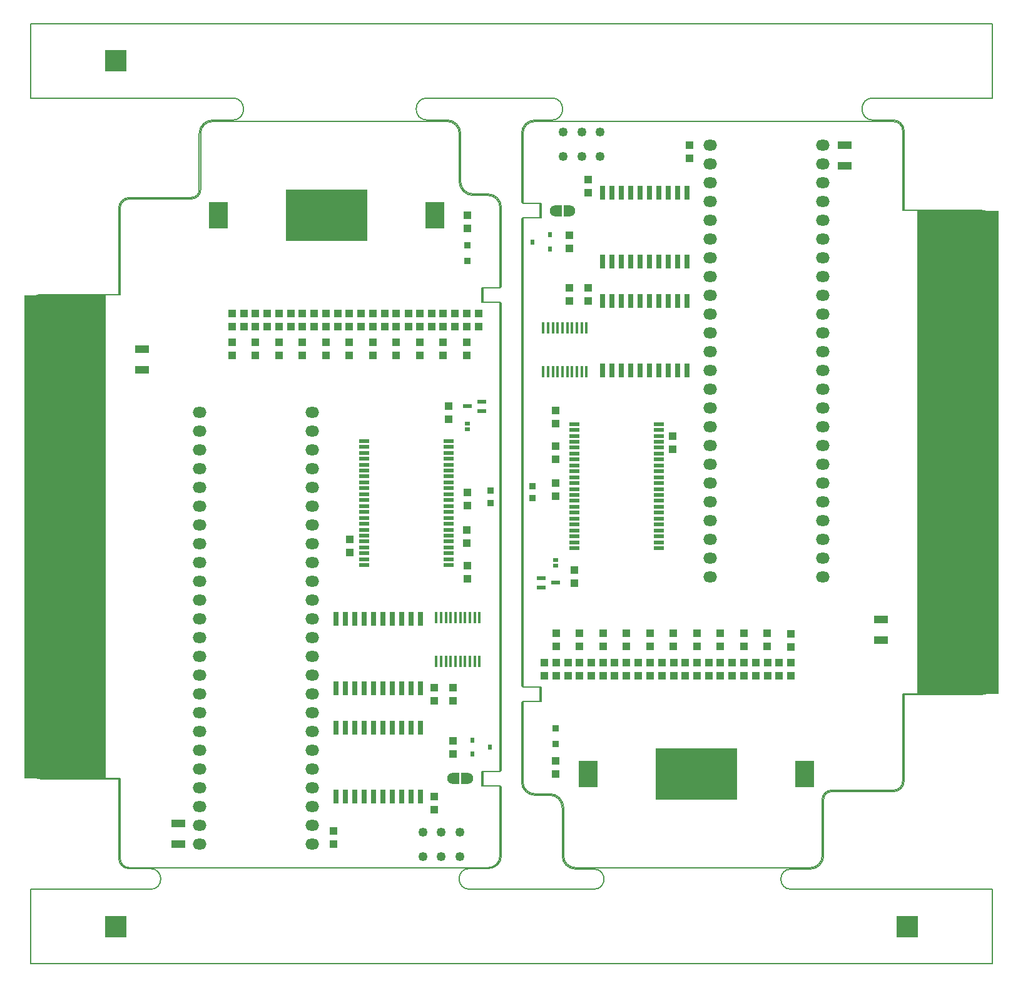
<source format=gbr>
G04 DesignSpark PCB PRO Gerber Version 10.0 Build 5299*
G04 #@! TF.Part,CustomerPanel*
G04 #@! TF.FileFunction,Soldermask,Top*
G04 #@! TF.FilePolarity,Negative*
%FSLAX35Y35*%
%MOIN*%
G04 #@! TA.AperFunction,SMDPad,CuDef*
%ADD124R,0.01775X0.06007*%
%ADD143R,0.02464X0.02641*%
%ADD122R,0.02759X0.07483*%
%ADD120R,0.04137X0.04491*%
%ADD132R,0.10436X0.14373*%
G04 #@! TA.AperFunction,WasherPad*
%ADD13R,0.43308X2.57639*%
G04 #@! TA.AperFunction,SMDPad,CuDef*
%ADD146R,0.03350X0.03350*%
G04 #@! TA.AperFunction,WasherPad*
%ADD10R,0.11812X0.11812*%
G04 #@! TD.AperFunction*
%ADD19C,0.00500*%
%ADD11C,0.00800*%
G04 #@! TA.AperFunction,SMDPad,CuDef*
%AMT139*0 Bullet Pad at angle 90*21,1,0.06200,0.03100,0,0,90*%
%ADD139T139*%
G04 #@! TA.AperFunction,ComponentPad*
%ADD17O,0.07287X0.05712*%
G04 #@! TA.AperFunction,SMDPad,CuDef*
%ADD136R,0.02956X0.02169*%
%ADD128R,0.04728X0.02169*%
%ADD126R,0.05298X0.02169*%
%ADD130R,0.03743X0.03350*%
%ADD145R,0.07365X0.04334*%
%ADD118R,0.29728X0.06893*%
%ADD15R,0.35633X0.06893*%
%ADD134R,0.43507X0.27759*%
G04 #@! TA.AperFunction,WasherPad*
%ADD116C,0.03938*%
G04 #@! TA.AperFunction,ComponentPad*
%ADD18C,0.04924*%
G04 #@! TD.AperFunction*
%ADD138C,0.06200*%
G04 #@! TA.AperFunction,SMDPad,CuDef*
%AMT141*0 Bullet Pad at angle 270*21,1,0.06200,0.03100,0,0,270*%
%ADD141T141*%
G04 #@! TD.AperFunction*
X0Y0D02*
D02*
D13*
X128563Y227698D03*
D02*
D15*
X132342Y347833D03*
Y337833D03*
Y327833D03*
Y307833D03*
Y297833D03*
Y287833D03*
Y277833D03*
Y267833D03*
Y257833D03*
Y247833D03*
Y237833D03*
Y227833D03*
Y217833D03*
Y207833D03*
Y197833D03*
Y187833D03*
Y177833D03*
Y167833D03*
Y157833D03*
Y147833D03*
Y137833D03*
Y127833D03*
Y117833D03*
Y107833D03*
D02*
D17*
X200377Y294067D03*
X260377D03*
X200377Y284067D03*
X260377D03*
X200377Y274067D03*
X260377D03*
X200377Y264067D03*
X260377D03*
X200377Y254067D03*
X260377D03*
X200377Y244067D03*
X260377D03*
X200377Y234067D03*
X260377D03*
X200377Y224067D03*
X260377D03*
X200377Y214067D03*
X260377D03*
X200377Y204067D03*
X260377D03*
X200377Y194067D03*
X260377D03*
X200377Y184067D03*
X260377D03*
X200377Y174067D03*
X260377D03*
X200377Y164067D03*
X260377D03*
X200377Y154067D03*
X260377D03*
X200377Y144067D03*
X260377D03*
X200377Y134067D03*
X260377D03*
X200377Y124067D03*
X260377D03*
X200377Y114067D03*
X260377D03*
X200377Y104067D03*
X260377D03*
X200377Y94067D03*
X260377D03*
X200377Y84067D03*
X260377D03*
X200377Y74067D03*
X260377D03*
X200377Y64067D03*
X260377D03*
D02*
D18*
X319127Y70317D03*
X328970D03*
X338812D03*
X319127Y57325D03*
X328970D03*
X338812D03*
D02*
D19*
X110294Y351372D02*
G75*
G02*
X115574Y356652I5280J0D01*
G01*
X157932D01*
Y402831D01*
G75*
G02*
X162932Y407831I5000J0D01*
G01*
X195846D01*
G75*
G03*
X200846Y412831I0J5000D01*
G01*
Y442817D01*
G75*
G02*
X207096Y449067I6250J0D01*
G01*
X332316D01*
G75*
G02*
X338566Y442817I0J-6250D01*
G01*
Y417197D01*
G75*
G03*
X346066Y409697I7500J0D01*
G01*
X353970D01*
G75*
G02*
X360220Y403447I0J-6250D01*
G01*
Y360587D01*
X350446D01*
Y352713D01*
X360220D01*
Y102949D01*
X350444D01*
Y95075D01*
X360220D01*
Y57817D01*
G75*
G02*
X353970Y51567I-6250J0D01*
G01*
X162932D01*
G75*
G02*
X157932Y56567I0J5000D01*
G01*
Y99014D01*
X115792D01*
G75*
G02*
X110294Y104511I0J5497D01*
G01*
Y351372D01*
D02*
D118*
X135294Y317833D03*
D02*
D120*
X342877Y399058D03*
Y392058D03*
X217527Y346917D03*
X223777D03*
X229778D03*
X236277D03*
X242527D03*
X248777D03*
X255027D03*
X261277D03*
X267527D03*
X273777D03*
X279824D03*
X286277D03*
X292527D03*
X298777D03*
X305027D03*
X311524D03*
X317527D03*
X323777D03*
X330027D03*
X336277D03*
X342527D03*
X348777D03*
X217527Y339917D03*
X223777D03*
X229778D03*
X236277D03*
X242527D03*
X248777D03*
X255027D03*
X261277D03*
X267527D03*
X273777D03*
X279824D03*
X286277D03*
X292527D03*
X298777D03*
X305027D03*
X311524D03*
X317527D03*
X323777D03*
X330027D03*
X336277D03*
X342527D03*
X348777D03*
X217527Y331415D03*
X230027Y331317D03*
X242527D03*
X255027D03*
X267527D03*
X280027D03*
X292527D03*
X305027D03*
X317527D03*
X330027D03*
X342527D03*
X217527Y324415D03*
X230027Y324317D03*
X242527D03*
X255027D03*
X267527D03*
X280027D03*
X292527D03*
X305027D03*
X317527D03*
X330027D03*
X342527D03*
X332877Y297567D03*
Y290567D03*
X342850Y251317D03*
Y244317D03*
X342725Y231572D03*
X280377Y226317D03*
X342725Y224572D03*
X280377Y219317D03*
X342877Y212567D03*
Y205567D03*
X325377Y147330D03*
X335377D03*
X325377Y140330D03*
X335377D03*
Y119125D03*
Y112125D03*
X325377Y89422D03*
Y82422D03*
X271627Y71200D03*
Y64200D03*
D02*
D122*
X272877Y184076D03*
X277877D03*
X282877D03*
X287877D03*
X292877D03*
X297877D03*
X302877D03*
X307877D03*
X312877D03*
X317877D03*
X272877Y147265D03*
X277877D03*
X282877D03*
X287877D03*
X292877D03*
X297877D03*
X302877D03*
X307877D03*
X312877D03*
X317877D03*
X272877Y126223D03*
X277877D03*
X282877D03*
X287877D03*
X292877D03*
X297877D03*
X302877D03*
X307877D03*
X312877D03*
X317877D03*
X272877Y89412D03*
X277877D03*
X282877D03*
X287877D03*
X292877D03*
X297877D03*
X302877D03*
X307877D03*
X312877D03*
X317877D03*
D02*
D124*
X326361Y184726D03*
X328920D03*
X331480D03*
X334039D03*
X336598D03*
X339157D03*
X341716D03*
X344275D03*
X346834D03*
X349393D03*
X326361Y161592D03*
X328920D03*
X331480D03*
X334039D03*
X336598D03*
X339157D03*
X341716D03*
X344275D03*
X346834D03*
X349393D03*
D02*
D126*
X287826Y278865D03*
X332928D03*
X287826Y275716D03*
X332928D03*
X287826Y272566D03*
X332928D03*
X287826Y269417D03*
X332928D03*
X287826Y266267D03*
X332928D03*
X287826Y263117D03*
X332928D03*
X287826Y259968D03*
X332928D03*
X287826Y256818D03*
X332928D03*
X287826Y253669D03*
X332928D03*
X287826Y250519D03*
X332928D03*
X287826Y247369D03*
X332928D03*
X287826Y244220D03*
X332928D03*
X287826Y241070D03*
X332928D03*
X287826Y237920D03*
X332928D03*
X287826Y234771D03*
X332928D03*
X287826Y231621D03*
X332928D03*
X287826Y228472D03*
X332928D03*
X287826Y225322D03*
X332928D03*
X287826Y222172D03*
X332928D03*
X287826Y219023D03*
X332928D03*
X287826Y215873D03*
X332928D03*
X287826Y212724D03*
X332928D03*
D02*
D128*
X350656Y299897D03*
X342781Y297338D03*
X350656Y294779D03*
D02*
D130*
X342877Y383201D03*
Y374933D03*
D02*
D132*
X210166Y399053D03*
X325520D03*
D02*
D134*
X267843D03*
D02*
D136*
X342877Y288044D03*
Y285091D03*
D02*
D141*
X341300Y99276D03*
D02*
D138*
X342850D03*
D02*
D139*
X336900D03*
D02*
D138*
X335350D03*
D02*
D143*
X345700Y119490D03*
X355054Y115750D03*
X345700Y112009D03*
D02*
D145*
X169498Y327896D03*
Y316951D03*
X188843Y75170D03*
Y64225D03*
D02*
D146*
X355294Y252315D03*
Y245819D03*
D02*
D10*
X155570Y20085D03*
Y481313D03*
X577212Y20085D03*
D02*
D13*
X604219Y272950D03*
D02*
D15*
X600439Y152816D03*
Y162816D03*
Y172816D03*
Y192816D03*
Y202816D03*
Y212816D03*
Y222816D03*
Y232816D03*
Y242816D03*
Y252816D03*
Y262816D03*
Y272816D03*
Y282816D03*
Y292816D03*
Y302816D03*
Y312816D03*
Y322816D03*
Y332816D03*
Y342816D03*
Y352816D03*
Y362816D03*
Y372816D03*
Y382816D03*
Y392816D03*
D02*
D17*
X532404Y206581D03*
X472404D03*
X532404Y216581D03*
X472404D03*
X532404Y226581D03*
X472404D03*
X532404Y236581D03*
X472404D03*
X532404Y246581D03*
X472404D03*
X532404Y256581D03*
X472404D03*
X532404Y266581D03*
X472404D03*
X532404Y276581D03*
X472404D03*
X532404Y286581D03*
X472404D03*
X532404Y296581D03*
X472404D03*
X532404Y306581D03*
X472404D03*
X532404Y316581D03*
X472404D03*
X532404Y326581D03*
X472404D03*
X532404Y336581D03*
X472404D03*
X532404Y346581D03*
X472404D03*
X532404Y356581D03*
X472404D03*
X532404Y366581D03*
X472404D03*
X532404Y376581D03*
X472404D03*
X532404Y386581D03*
X472404D03*
X532404Y396581D03*
X472404D03*
X532404Y406581D03*
X472404D03*
X532404Y416581D03*
X472404D03*
X532404Y426581D03*
X472404D03*
X532404Y436581D03*
X472404D03*
D02*
D18*
X413654Y430331D03*
X403811D03*
X393969D03*
X413654Y443323D03*
X403811D03*
X393969D03*
D02*
D19*
X622487Y149277D02*
G75*
G02*
X617207Y143997I-5280J0D01*
G01*
X574849D01*
Y97817D01*
G75*
G02*
X569849Y92817I-5000J0D01*
G01*
X536935D01*
G75*
G03*
X531935Y87817I0J-5000D01*
G01*
Y57831D01*
G75*
G02*
X525685Y51581I-6250J0D01*
G01*
X400465D01*
G75*
G02*
X394215Y57831I0J6250D01*
G01*
Y83451D01*
G75*
G03*
X386715Y90951I-7500J0D01*
G01*
X378811D01*
G75*
G02*
X372561Y97201I0J6250D01*
G01*
Y140061D01*
X382335D01*
Y147935D01*
X372561D01*
Y397699D01*
X382337D01*
Y405573D01*
X372561D01*
Y442831D01*
G75*
G02*
X378811Y449081I6250J0D01*
G01*
X569849D01*
G75*
G02*
X574849Y444081I0J-5000D01*
G01*
Y401635D01*
X616989D01*
G75*
G02*
X622487Y396137I0J-5497D01*
G01*
Y149277D01*
D02*
D118*
X597487Y182816D03*
D02*
D120*
X389904Y101590D03*
Y108590D03*
X515254Y153731D03*
X509004D03*
X503003D03*
X496504D03*
X490254D03*
X484004D03*
X477754D03*
X471504D03*
X465254D03*
X459004D03*
X452957D03*
X446504D03*
X440254D03*
X434004D03*
X427754D03*
X421257D03*
X415254D03*
X409004D03*
X402754D03*
X396504D03*
X390254D03*
X384004D03*
X515254Y160731D03*
X509004D03*
X503003D03*
X496504D03*
X490254D03*
X484004D03*
X477754D03*
X471504D03*
X465254D03*
X459004D03*
X452957D03*
X446504D03*
X440254D03*
X434004D03*
X427754D03*
X421257D03*
X415254D03*
X409004D03*
X402754D03*
X396504D03*
X390254D03*
X384004D03*
X515254Y169233D03*
X502754Y169331D03*
X490254D03*
X477754D03*
X465254D03*
X452754D03*
X440254D03*
X427754D03*
X415254D03*
X402754D03*
X390254D03*
X515254Y176233D03*
X502754Y176331D03*
X490254D03*
X477754D03*
X465254D03*
X452754D03*
X440254D03*
X427754D03*
X415254D03*
X402754D03*
X390254D03*
X399904Y203081D03*
Y210081D03*
X389931Y249331D03*
Y256331D03*
X390056Y269076D03*
X452404Y274331D03*
X390056Y276076D03*
X452404Y281331D03*
X389904Y288081D03*
Y295081D03*
X407404Y353318D03*
X397404D03*
X407404Y360318D03*
X397404D03*
Y381524D03*
Y388524D03*
X407404Y411227D03*
Y418227D03*
X461154Y429448D03*
Y436448D03*
D02*
D122*
X459904Y316572D03*
X454904D03*
X449904D03*
X444904D03*
X439904D03*
X434904D03*
X429904D03*
X424904D03*
X419904D03*
X414904D03*
X459904Y353383D03*
X454904D03*
X449904D03*
X444904D03*
X439904D03*
X434904D03*
X429904D03*
X424904D03*
X419904D03*
X414904D03*
X459904Y374426D03*
X454904D03*
X449904D03*
X444904D03*
X439904D03*
X434904D03*
X429904D03*
X424904D03*
X419904D03*
X414904D03*
X459904Y411237D03*
X454904D03*
X449904D03*
X444904D03*
X439904D03*
X434904D03*
X429904D03*
X424904D03*
X419904D03*
X414904D03*
D02*
D124*
X406420Y315922D03*
X403861D03*
X401302D03*
X398743D03*
X396183D03*
X393624D03*
X391065D03*
X388506D03*
X385947D03*
X383388D03*
X406420Y339056D03*
X403861D03*
X401302D03*
X398743D03*
X396183D03*
X393624D03*
X391065D03*
X388506D03*
X385947D03*
X383388D03*
D02*
D126*
X444955Y221783D03*
X399853D03*
X444955Y224933D03*
X399853D03*
X444955Y228082D03*
X399853D03*
X444955Y231232D03*
X399853D03*
X444955Y234381D03*
X399853D03*
X444955Y237531D03*
X399853D03*
X444955Y240681D03*
X399853D03*
X444955Y243830D03*
X399853D03*
X444955Y246980D03*
X399853D03*
X444955Y250130D03*
X399853D03*
X444955Y253279D03*
X399853D03*
X444955Y256429D03*
X399853D03*
X444955Y259578D03*
X399853D03*
X444955Y262728D03*
X399853D03*
X444955Y265878D03*
X399853D03*
X444955Y269027D03*
X399853D03*
X444955Y272177D03*
X399853D03*
X444955Y275326D03*
X399853D03*
X444955Y278476D03*
X399853D03*
X444955Y281626D03*
X399853D03*
X444955Y284775D03*
X399853D03*
X444955Y287925D03*
X399853D03*
D02*
D128*
X382126Y200751D03*
X390000Y203310D03*
X382126Y205869D03*
D02*
D130*
X389904Y117447D03*
Y125715D03*
D02*
D132*
X522615Y101596D03*
X407261D03*
D02*
D134*
X464938D03*
D02*
D136*
X389904Y212605D03*
Y215557D03*
D02*
D139*
X391481Y401373D03*
D02*
D138*
X389931D03*
D02*
D141*
X395881D03*
D02*
D138*
X397431D03*
D02*
D143*
X387081Y381159D03*
X377727Y384899D03*
X387081Y388639D03*
D02*
D145*
X563283Y172752D03*
Y183697D03*
X543939Y425479D03*
Y436424D03*
D02*
D146*
X377487Y248333D03*
Y254829D03*
D02*
D11*
X559044Y449831D02*
G75*
G02*
Y461628I0J5899D01*
G01*
X622487D01*
Y500998D01*
X110294D01*
Y461628D01*
X217794D01*
G75*
G02*
Y449817I0J-5906D01*
G01*
X207096D01*
G75*
G03*
X200096Y442817I0J-7000D01*
G01*
Y412831D01*
G75*
G02*
X195846Y408581I-4250J0D01*
G01*
X162932D01*
G75*
G03*
X157182Y402831I0J-5750D01*
G01*
Y356838D01*
X115411D01*
G75*
G03*
X110294Y351721I0J-5117D01*
G01*
Y104236D01*
G75*
G03*
X115661Y98870I5367J0D01*
G01*
X157182D01*
Y56567D01*
G75*
G03*
X162680Y51070I5497J0D01*
G01*
X174044D01*
G75*
G02*
Y40023I0J-5524D01*
G01*
X110294D01*
Y400D01*
X622487D01*
Y40087D01*
X515294D01*
G75*
G02*
Y50831I0J5372D01*
G01*
X525685D01*
G75*
G03*
X532685Y57831I0J7000D01*
G01*
Y87817D01*
G75*
G02*
X536935Y92067I4250J0D01*
G01*
X569849D01*
G75*
G03*
X575599Y97817I0J5750D01*
G01*
Y143799D01*
X616870D01*
G75*
G03*
X622487Y149415I0J5616D01*
G01*
Y396026D01*
G75*
G03*
X616746Y401767I-5741J0D01*
G01*
X575599D01*
Y444081D01*
G75*
G03*
X569849Y449831I-5750J0D01*
G01*
X559044D01*
X387794D02*
X378811D01*
G75*
G03*
X371811Y442831I0J-7000D01*
G01*
Y406150D01*
G75*
G03*
X372561Y405400I750J0D01*
G01*
X381587D01*
Y397900D01*
X372561D01*
G75*
G03*
X371811Y397150I0J-750D01*
G01*
Y148543D01*
G75*
G03*
X372561Y147793I750J0D01*
G01*
X381585D01*
Y140180D01*
X372561D01*
G75*
G03*
X371811Y139430I0J-750D01*
G01*
Y97201D01*
G75*
G03*
X378811Y90201I7000J0D01*
G01*
X386715D01*
G75*
G02*
X393465Y83451I0J-6750D01*
G01*
Y57831D01*
G75*
G03*
X400465Y50831I7000J0D01*
G01*
X410321D01*
G75*
G02*
Y40087I0J-5372D01*
G01*
X344044D01*
G75*
G02*
Y51135I0J5524D01*
G01*
X354287D01*
G75*
G03*
X360970Y57817I0J6683D01*
G01*
Y94500D01*
G75*
G03*
X360220Y95250I-750J0D01*
G01*
X351194D01*
Y102739D01*
X360220D01*
G75*
G03*
X360970Y103489I0J750D01*
G01*
Y352150D01*
G75*
G03*
X360220Y352900I-750J0D01*
G01*
X351196D01*
Y360400D01*
X360220D01*
G75*
G03*
X360970Y361150I0J750D01*
G01*
Y403447D01*
G75*
G03*
X353970Y410447I-7000J0D01*
G01*
X346066D01*
G75*
G02*
X339316Y417197I0J6750D01*
G01*
Y442817D01*
G75*
G03*
X332316Y449817I-7000J0D01*
G01*
X321544D01*
G75*
G02*
Y461628I0J5906D01*
G01*
X387794D01*
G75*
G02*
Y449831I0J-5898D01*
G01*
D02*
D116*
X155570Y20085D03*
Y481313D03*
X577212Y20085D03*
X0Y0D02*
M02*

</source>
